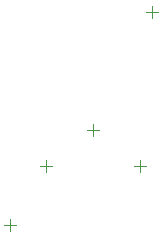
<source format=gbr>
G04*
G04 #@! TF.GenerationSoftware,Altium Limited,Altium Designer,24.6.1 (21)*
G04*
G04 Layer_Color=0*
%FSLAX25Y25*%
%MOIN*%
G70*
G04*
G04 #@! TF.SameCoordinates,848F02FD-2630-40CC-A56B-9648625414CD*
G04*
G04*
G04 #@! TF.FilePolarity,Positive*
G04*
G01*
G75*
%ADD13C,0.00394*%
D13*
X86614Y5906D02*
Y9843D01*
X84646Y7874D02*
X88583D01*
X127953Y27559D02*
X131890D01*
X129921Y25591D02*
Y29528D01*
X114173Y37402D02*
Y41339D01*
X112205Y39370D02*
X116142D01*
X131890Y78740D02*
X135827D01*
X133858Y76772D02*
Y80709D01*
X96457Y27559D02*
X100394D01*
X98425Y25591D02*
Y29528D01*
M02*

</source>
